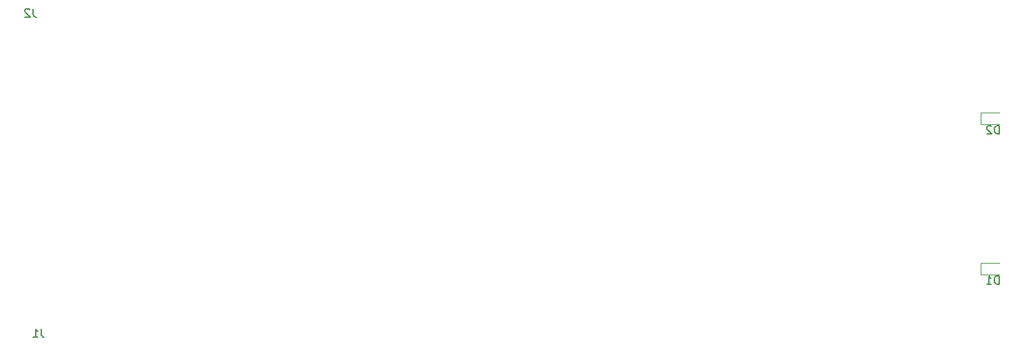
<source format=gbr>
%TF.GenerationSoftware,KiCad,Pcbnew,(5.1.8)-1*%
%TF.CreationDate,2023-06-17T15:14:55+09:00*%
%TF.ProjectId,face,66616365-2e6b-4696-9361-645f70636258,rev?*%
%TF.SameCoordinates,Original*%
%TF.FileFunction,Legend,Bot*%
%TF.FilePolarity,Positive*%
%FSLAX46Y46*%
G04 Gerber Fmt 4.6, Leading zero omitted, Abs format (unit mm)*
G04 Created by KiCad (PCBNEW (5.1.8)-1) date 2023-06-17 15:14:55*
%MOMM*%
%LPD*%
G01*
G04 APERTURE LIST*
%ADD10C,0.120000*%
%ADD11C,0.150000*%
G04 APERTURE END LIST*
D10*
%TO.C,D1*%
X199300000Y-113735000D02*
X197015000Y-113735000D01*
X197015000Y-113735000D02*
X197015000Y-112265000D01*
X197015000Y-112265000D02*
X199300000Y-112265000D01*
%TO.C,D2*%
X197015000Y-93765000D02*
X199300000Y-93765000D01*
X197015000Y-95235000D02*
X197015000Y-93765000D01*
X199300000Y-95235000D02*
X197015000Y-95235000D01*
%TO.C,D1*%
D11*
X199238095Y-114882380D02*
X199238095Y-113882380D01*
X199000000Y-113882380D01*
X198857142Y-113930000D01*
X198761904Y-114025238D01*
X198714285Y-114120476D01*
X198666666Y-114310952D01*
X198666666Y-114453809D01*
X198714285Y-114644285D01*
X198761904Y-114739523D01*
X198857142Y-114834761D01*
X199000000Y-114882380D01*
X199238095Y-114882380D01*
X197714285Y-114882380D02*
X198285714Y-114882380D01*
X198000000Y-114882380D02*
X198000000Y-113882380D01*
X198095238Y-114025238D01*
X198190476Y-114120476D01*
X198285714Y-114168095D01*
%TO.C,D2*%
X199238095Y-96382380D02*
X199238095Y-95382380D01*
X199000000Y-95382380D01*
X198857142Y-95430000D01*
X198761904Y-95525238D01*
X198714285Y-95620476D01*
X198666666Y-95810952D01*
X198666666Y-95953809D01*
X198714285Y-96144285D01*
X198761904Y-96239523D01*
X198857142Y-96334761D01*
X199000000Y-96382380D01*
X199238095Y-96382380D01*
X198285714Y-95477619D02*
X198238095Y-95430000D01*
X198142857Y-95382380D01*
X197904761Y-95382380D01*
X197809523Y-95430000D01*
X197761904Y-95477619D01*
X197714285Y-95572857D01*
X197714285Y-95668095D01*
X197761904Y-95810952D01*
X198333333Y-96382380D01*
X197714285Y-96382380D01*
%TO.C,J1*%
X81333333Y-120452380D02*
X81333333Y-121166666D01*
X81380952Y-121309523D01*
X81476190Y-121404761D01*
X81619047Y-121452380D01*
X81714285Y-121452380D01*
X80333333Y-121452380D02*
X80904761Y-121452380D01*
X80619047Y-121452380D02*
X80619047Y-120452380D01*
X80714285Y-120595238D01*
X80809523Y-120690476D01*
X80904761Y-120738095D01*
%TO.C,J2*%
X80333333Y-80952380D02*
X80333333Y-81666666D01*
X80380952Y-81809523D01*
X80476190Y-81904761D01*
X80619047Y-81952380D01*
X80714285Y-81952380D01*
X79904761Y-81047619D02*
X79857142Y-81000000D01*
X79761904Y-80952380D01*
X79523809Y-80952380D01*
X79428571Y-81000000D01*
X79380952Y-81047619D01*
X79333333Y-81142857D01*
X79333333Y-81238095D01*
X79380952Y-81380952D01*
X79952380Y-81952380D01*
X79333333Y-81952380D01*
%TD*%
M02*

</source>
